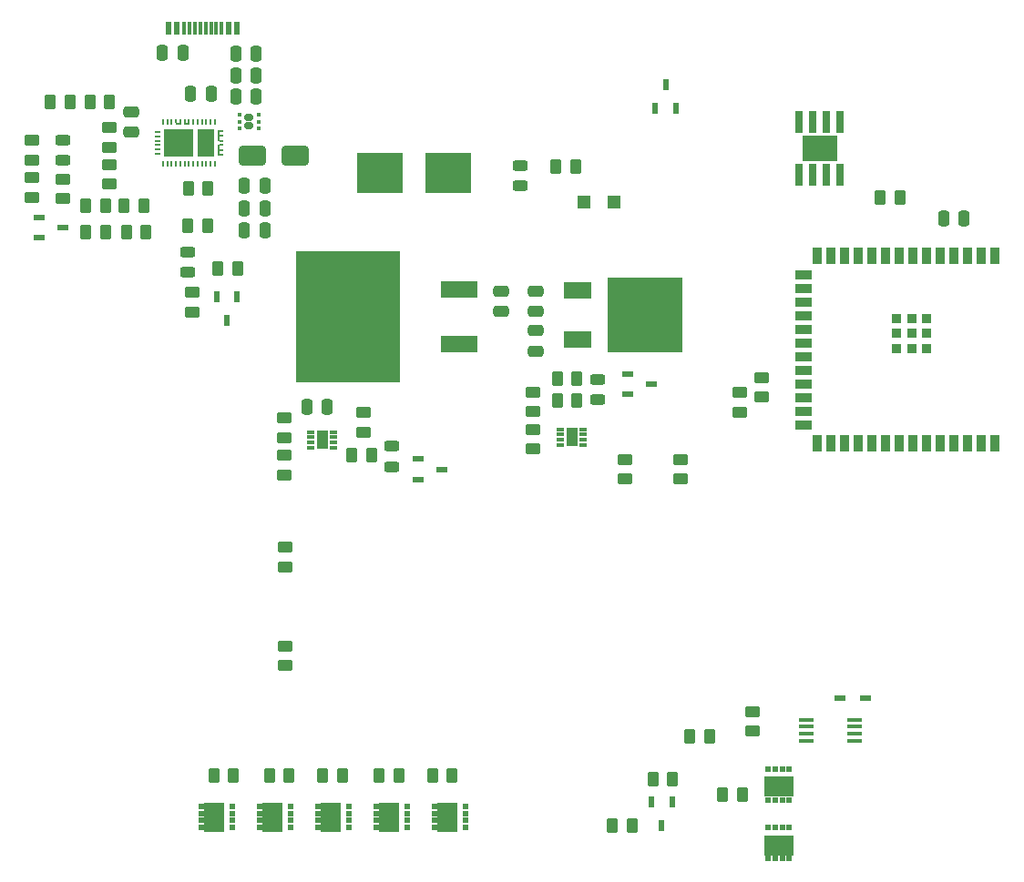
<source format=gbr>
%TF.GenerationSoftware,KiCad,Pcbnew,8.0.3*%
%TF.CreationDate,2024-07-04T13:58:53+02:00*%
%TF.ProjectId,ESPHome AIO,45535048-6f6d-4652-9041-494f2e6b6963,rev?*%
%TF.SameCoordinates,Original*%
%TF.FileFunction,Paste,Top*%
%TF.FilePolarity,Positive*%
%FSLAX46Y46*%
G04 Gerber Fmt 4.6, Leading zero omitted, Abs format (unit mm)*
G04 Created by KiCad (PCBNEW 8.0.3) date 2024-07-04 13:58:53*
%MOMM*%
%LPD*%
G01*
G04 APERTURE LIST*
G04 Aperture macros list*
%AMRoundRect*
0 Rectangle with rounded corners*
0 $1 Rounding radius*
0 $2 $3 $4 $5 $6 $7 $8 $9 X,Y pos of 4 corners*
0 Add a 4 corners polygon primitive as box body*
4,1,4,$2,$3,$4,$5,$6,$7,$8,$9,$2,$3,0*
0 Add four circle primitives for the rounded corners*
1,1,$1+$1,$2,$3*
1,1,$1+$1,$4,$5*
1,1,$1+$1,$6,$7*
1,1,$1+$1,$8,$9*
0 Add four rect primitives between the rounded corners*
20,1,$1+$1,$2,$3,$4,$5,0*
20,1,$1+$1,$4,$5,$6,$7,0*
20,1,$1+$1,$6,$7,$8,$9,0*
20,1,$1+$1,$8,$9,$2,$3,0*%
G04 Aperture macros list end*
%ADD10R,0.600000X1.100000*%
%ADD11RoundRect,0.250000X-0.262500X-0.450000X0.262500X-0.450000X0.262500X0.450000X-0.262500X0.450000X0*%
%ADD12R,1.100000X0.500000*%
%ADD13RoundRect,0.250000X-0.450000X0.262500X-0.450000X-0.262500X0.450000X-0.262500X0.450000X0.262500X0*%
%ADD14R,1.050000X0.600000*%
%ADD15R,0.500000X0.470000*%
%ADD16R,0.550000X0.470000*%
%ADD17R,1.850000X2.700000*%
%ADD18RoundRect,0.243750X-0.456250X0.243750X-0.456250X-0.243750X0.456250X-0.243750X0.456250X0.243750X0*%
%ADD19RoundRect,0.250000X0.262500X0.450000X-0.262500X0.450000X-0.262500X-0.450000X0.262500X-0.450000X0*%
%ADD20RoundRect,0.250000X-0.250000X-0.475000X0.250000X-0.475000X0.250000X0.475000X-0.250000X0.475000X0*%
%ADD21RoundRect,0.250000X0.475000X-0.250000X0.475000X0.250000X-0.475000X0.250000X-0.475000X-0.250000X0*%
%ADD22R,0.550000X0.200000*%
%ADD23R,0.200000X0.550000*%
%ADD24R,0.350000X0.200000*%
%ADD25R,0.200000X0.350000*%
%ADD26R,2.720000X2.650000*%
%ADD27R,1.530000X2.650000*%
%ADD28R,0.200000X1.100000*%
%ADD29R,0.600000X0.200000*%
%ADD30R,0.650000X2.000000*%
%ADD31R,3.200000X2.390000*%
%ADD32RoundRect,0.250000X0.450000X-0.262500X0.450000X0.262500X-0.450000X0.262500X-0.450000X-0.262500X0*%
%ADD33R,0.470000X0.500000*%
%ADD34R,0.470000X0.550000*%
%ADD35R,2.700000X1.850000*%
%ADD36RoundRect,0.250000X1.000000X0.650000X-1.000000X0.650000X-1.000000X-0.650000X1.000000X-0.650000X0*%
%ADD37RoundRect,0.160000X0.245000X0.160000X-0.245000X0.160000X-0.245000X-0.160000X0.245000X-0.160000X0*%
%ADD38RoundRect,0.093750X0.093750X0.106250X-0.093750X0.106250X-0.093750X-0.106250X0.093750X-0.106250X0*%
%ADD39R,0.700000X0.300000*%
%ADD40R,1.000000X1.700000*%
%ADD41R,0.600000X1.050000*%
%ADD42RoundRect,0.243750X0.456250X-0.243750X0.456250X0.243750X-0.456250X0.243750X-0.456250X-0.243750X0*%
%ADD43R,0.600000X1.240000*%
%ADD44R,0.300000X1.240000*%
%ADD45RoundRect,0.250000X0.250000X0.475000X-0.250000X0.475000X-0.250000X-0.475000X0.250000X-0.475000X0*%
%ADD46R,4.240000X3.810000*%
%ADD47RoundRect,0.250000X-0.475000X0.250000X-0.475000X-0.250000X0.475000X-0.250000X0.475000X0.250000X0*%
%ADD48R,3.500000X1.600000*%
%ADD49R,9.750000X12.200000*%
%ADD50R,0.900000X1.500000*%
%ADD51R,1.500000X0.900000*%
%ADD52R,0.900000X0.900000*%
%ADD53R,1.450000X0.450000*%
%ADD54R,1.200000X1.200000*%
%ADD55R,2.500000X1.500000*%
%ADD56R,7.000000X7.000000*%
G04 APERTURE END LIST*
D10*
%TO.C,D9*%
X150750000Y-56300000D03*
X152650000Y-56300000D03*
X151700000Y-54100000D03*
%TD*%
D11*
%TO.C,R5*%
X156987500Y-120100000D03*
X158812500Y-120100000D03*
%TD*%
D12*
%TO.C,D6*%
X167950000Y-111100000D03*
X170250000Y-111100000D03*
%TD*%
D13*
%TO.C,R1*%
X116350000Y-106287500D03*
X116350000Y-108112500D03*
%TD*%
%TO.C,R25*%
X153100000Y-88937500D03*
X153100000Y-90762500D03*
%TD*%
%TO.C,R15*%
X100000000Y-58037500D03*
X100000000Y-59862500D03*
%TD*%
D14*
%TO.C,IC7*%
X148200000Y-80950000D03*
X148200000Y-82850000D03*
X150400000Y-81900000D03*
%TD*%
D11*
%TO.C,R21*%
X110087500Y-71200000D03*
X111912500Y-71200000D03*
%TD*%
D15*
%TO.C,Q6*%
X116875000Y-123150000D03*
X116875000Y-122500000D03*
X116875000Y-121850000D03*
X116875000Y-121200000D03*
D16*
X114000000Y-121200000D03*
X114000000Y-121850000D03*
X114000000Y-122500000D03*
X114000000Y-123150000D03*
D17*
X115200000Y-122175000D03*
%TD*%
D11*
%TO.C,R33*%
X101587500Y-67800000D03*
X103412500Y-67800000D03*
%TD*%
D18*
%TO.C,D8*%
X138200000Y-61625000D03*
X138200000Y-63500000D03*
%TD*%
D19*
%TO.C,R27*%
X143462500Y-83437500D03*
X141637500Y-83437500D03*
%TD*%
D13*
%TO.C,R3*%
X158600000Y-82687500D03*
X158600000Y-84512500D03*
%TD*%
D20*
%TO.C,C6*%
X107550000Y-54900000D03*
X109450000Y-54900000D03*
%TD*%
D21*
%TO.C,C12*%
X139600000Y-78850000D03*
X139600000Y-76950000D03*
%TD*%
%TO.C,C3*%
X102050000Y-58500000D03*
X102050000Y-56600000D03*
%TD*%
D22*
%TO.C,IC4*%
X104475000Y-58475000D03*
X104475000Y-58875000D03*
X104475000Y-59275000D03*
X104475000Y-59675000D03*
X104475000Y-60075000D03*
X104475000Y-60475000D03*
D23*
X105000000Y-61400000D03*
X105400000Y-61400000D03*
X105800000Y-61400000D03*
X106200000Y-61400000D03*
X106600000Y-61400000D03*
X107000000Y-61400000D03*
X107400000Y-61400000D03*
X107800000Y-61400000D03*
X108200000Y-61400000D03*
X108600000Y-61400000D03*
X109000000Y-61400000D03*
X109400000Y-61400000D03*
X109800000Y-61400000D03*
D24*
X110425000Y-60575000D03*
X110425000Y-60125000D03*
X110425000Y-59675000D03*
X110425000Y-59275000D03*
X110425000Y-58825000D03*
X110425000Y-58375000D03*
D23*
X109800000Y-57550000D03*
X109400000Y-57550000D03*
X109000000Y-57550000D03*
X108600000Y-57550000D03*
X108200000Y-57550000D03*
X107800000Y-57550000D03*
D25*
X107399000Y-57450000D03*
X106999000Y-57450000D03*
X106599000Y-57450000D03*
X106199000Y-57450000D03*
D23*
X105800000Y-57550000D03*
X105400000Y-57550000D03*
X105000000Y-57550000D03*
D26*
X106435000Y-59475000D03*
D27*
X108960000Y-59475000D03*
D28*
X110149000Y-60125000D03*
X110150000Y-58825000D03*
D29*
X107199000Y-57725000D03*
X106399000Y-57725000D03*
%TD*%
D30*
%TO.C,IC1*%
X164135000Y-62475000D03*
X165405000Y-62475000D03*
X166675000Y-62475000D03*
X167945000Y-62475000D03*
X167945000Y-57525000D03*
X166675000Y-57525000D03*
X165405000Y-57525000D03*
X164135000Y-57525000D03*
D31*
X166040000Y-60000000D03*
%TD*%
D32*
%TO.C,R29*%
X123625000Y-86362500D03*
X123625000Y-84537500D03*
%TD*%
D13*
%TO.C,R28*%
X147900000Y-88937500D03*
X147900000Y-90762500D03*
%TD*%
%TO.C,R4*%
X160600000Y-81287500D03*
X160600000Y-83112500D03*
%TD*%
D33*
%TO.C,Q1*%
X163200000Y-117700000D03*
X162550000Y-117700000D03*
X161900000Y-117700000D03*
X161250000Y-117700000D03*
D34*
X161250000Y-120575000D03*
X161900000Y-120575000D03*
X162550000Y-120575000D03*
X163200000Y-120575000D03*
D35*
X162225000Y-119375000D03*
%TD*%
D36*
%TO.C,D1*%
X117300000Y-60650000D03*
X113300000Y-60650000D03*
%TD*%
D11*
%TO.C,R40*%
X141487500Y-61700000D03*
X143312500Y-61700000D03*
%TD*%
D37*
%TO.C,U1*%
X113000000Y-57900000D03*
X113000000Y-57100000D03*
D38*
X113887500Y-58150000D03*
X113887500Y-57500000D03*
X113887500Y-56850000D03*
X112112500Y-56850000D03*
X112112500Y-57500000D03*
X112112500Y-58150000D03*
%TD*%
D19*
%TO.C,R37*%
X100012500Y-55650000D03*
X98187500Y-55650000D03*
%TD*%
D13*
%TO.C,R22*%
X107700000Y-73387500D03*
X107700000Y-75212500D03*
%TD*%
%TO.C,R24*%
X139375000Y-82637500D03*
X139375000Y-84462500D03*
%TD*%
%TO.C,R16*%
X100000000Y-61487500D03*
X100000000Y-63312500D03*
%TD*%
D39*
%TO.C,IC9*%
X118725000Y-86362500D03*
X118725000Y-86862500D03*
X118725000Y-87362500D03*
X118725000Y-87862500D03*
X120825000Y-87862500D03*
X120825000Y-87362500D03*
X120825000Y-86862500D03*
X120825000Y-86362500D03*
D40*
X119775000Y-87112500D03*
%TD*%
D41*
%TO.C,Q8*%
X152300000Y-120800000D03*
X150400000Y-120800000D03*
X151350000Y-123000000D03*
%TD*%
D20*
%TO.C,C9*%
X111750000Y-53200000D03*
X113650000Y-53200000D03*
%TD*%
D11*
%TO.C,R32*%
X122562500Y-88550000D03*
X124387500Y-88550000D03*
%TD*%
%TO.C,R9*%
X109727500Y-118300000D03*
X111552500Y-118300000D03*
%TD*%
%TO.C,R36*%
X101387500Y-65300000D03*
X103212500Y-65300000D03*
%TD*%
%TO.C,R8*%
X119837500Y-118300000D03*
X121662500Y-118300000D03*
%TD*%
%TO.C,R13*%
X146737500Y-123000000D03*
X148562500Y-123000000D03*
%TD*%
D42*
%TO.C,D4*%
X145400000Y-83375000D03*
X145400000Y-81500000D03*
%TD*%
D11*
%TO.C,R7*%
X130037500Y-118300000D03*
X131862500Y-118300000D03*
%TD*%
D20*
%TO.C,C13*%
X118350000Y-84000000D03*
X120250000Y-84000000D03*
%TD*%
D13*
%TO.C,R18*%
X92811768Y-62737500D03*
X92811768Y-64562500D03*
%TD*%
D33*
%TO.C,Q2*%
X163200000Y-123125000D03*
X162550000Y-123125000D03*
X161900000Y-123125000D03*
X161250000Y-123125000D03*
D34*
X161250000Y-126000000D03*
X161900000Y-126000000D03*
X162550000Y-126000000D03*
X163200000Y-126000000D03*
D35*
X162225000Y-124800000D03*
%TD*%
D13*
%TO.C,R17*%
X92811768Y-59237500D03*
X92811768Y-61062500D03*
%TD*%
D42*
%TO.C,D2*%
X95711768Y-61087500D03*
X95711768Y-59212500D03*
%TD*%
D18*
%TO.C,D5*%
X126250000Y-87712500D03*
X126250000Y-89587500D03*
%TD*%
D15*
%TO.C,Q4*%
X127675000Y-123150000D03*
X127675000Y-122500000D03*
X127675000Y-121850000D03*
X127675000Y-121200000D03*
D16*
X124800000Y-121200000D03*
X124800000Y-121850000D03*
X124800000Y-122500000D03*
X124800000Y-123150000D03*
D17*
X126000000Y-122175000D03*
%TD*%
D19*
%TO.C,R39*%
X173462500Y-64600000D03*
X171637500Y-64600000D03*
%TD*%
D13*
%TO.C,R31*%
X116275000Y-88537500D03*
X116275000Y-90362500D03*
%TD*%
D39*
%TO.C,IC8*%
X141950000Y-86112500D03*
X141950000Y-86612500D03*
X141950000Y-87112500D03*
X141950000Y-87612500D03*
X144050000Y-87612500D03*
X144050000Y-87112500D03*
X144050000Y-86612500D03*
X144050000Y-86112500D03*
D40*
X143000000Y-86862500D03*
%TD*%
D11*
%TO.C,R35*%
X97837500Y-65300000D03*
X99662500Y-65300000D03*
%TD*%
D43*
%TO.C,J7*%
X111900000Y-48775000D03*
X111100000Y-48775000D03*
D44*
X109950000Y-48775000D03*
X108950000Y-48775000D03*
X108450000Y-48775000D03*
X107450000Y-48775000D03*
D43*
X106300000Y-48775000D03*
X105500000Y-48775000D03*
X105500000Y-48775000D03*
X106300000Y-48775000D03*
D44*
X106950000Y-48775000D03*
X107950000Y-48775000D03*
X109450000Y-48775000D03*
X110450000Y-48775000D03*
D43*
X111100000Y-48775000D03*
X111900000Y-48775000D03*
%TD*%
D13*
%TO.C,R30*%
X116275000Y-85062500D03*
X116275000Y-86887500D03*
%TD*%
D45*
%TO.C,C14*%
X179450000Y-66500000D03*
X177550000Y-66500000D03*
%TD*%
D42*
%TO.C,D3*%
X107300000Y-71537500D03*
X107300000Y-69662500D03*
%TD*%
D46*
%TO.C,F1*%
X125115000Y-62300000D03*
X131485000Y-62300000D03*
%TD*%
D20*
%TO.C,C5*%
X111750000Y-55200000D03*
X113650000Y-55200000D03*
%TD*%
D15*
%TO.C,Q3*%
X133075000Y-123150000D03*
X133075000Y-122500000D03*
X133075000Y-121850000D03*
X133075000Y-121200000D03*
D16*
X130200000Y-121200000D03*
X130200000Y-121850000D03*
X130200000Y-122500000D03*
X130200000Y-123150000D03*
D17*
X131400000Y-122175000D03*
%TD*%
D15*
%TO.C,Q7*%
X111400000Y-123150000D03*
X111400000Y-122500000D03*
X111400000Y-121850000D03*
X111400000Y-121200000D03*
D16*
X108525000Y-121200000D03*
X108525000Y-121850000D03*
X108525000Y-122500000D03*
X108525000Y-123150000D03*
D17*
X109725000Y-122175000D03*
%TD*%
D47*
%TO.C,C10*%
X136450000Y-73250000D03*
X136450000Y-75150000D03*
%TD*%
D48*
%TO.C,IC5*%
X132500000Y-78230000D03*
X132500000Y-73150000D03*
D49*
X122225000Y-75690000D03*
%TD*%
D11*
%TO.C,R10*%
X125087500Y-118300000D03*
X126912500Y-118300000D03*
%TD*%
D19*
%TO.C,R34*%
X155762500Y-114700000D03*
X153937500Y-114700000D03*
%TD*%
D50*
%TO.C,IC2*%
X182300000Y-69950000D03*
X181030000Y-69950000D03*
X179760000Y-69950000D03*
X178490000Y-69950000D03*
X177220000Y-69950000D03*
X175950000Y-69950000D03*
X174680000Y-69950000D03*
X173410000Y-69950000D03*
X172140000Y-69950000D03*
X170870000Y-69950000D03*
X169600000Y-69950000D03*
X168330000Y-69950000D03*
X167060000Y-69950000D03*
X165790000Y-69950000D03*
D51*
X164540000Y-71715000D03*
X164540000Y-72985000D03*
X164540000Y-74255000D03*
X164540000Y-75525000D03*
X164540000Y-76795000D03*
X164540000Y-78065000D03*
X164540000Y-79335000D03*
X164540000Y-80605000D03*
X164540000Y-81875000D03*
X164540000Y-83145000D03*
X164540000Y-84415000D03*
X164540000Y-85685000D03*
D50*
X165790000Y-87450000D03*
X167060000Y-87450000D03*
X168330000Y-87450000D03*
X169600000Y-87450000D03*
X170870000Y-87450000D03*
X172140000Y-87450000D03*
X173410000Y-87450000D03*
X174680000Y-87450000D03*
X175950000Y-87450000D03*
X177220000Y-87450000D03*
X178490000Y-87450000D03*
X179760000Y-87450000D03*
X181030000Y-87450000D03*
X182300000Y-87450000D03*
D52*
X174580000Y-77200000D03*
X175980000Y-77200000D03*
X175980000Y-75800000D03*
X174580000Y-75800000D03*
X173180000Y-75800000D03*
X173180000Y-77200000D03*
X173180000Y-78600000D03*
X174580000Y-78600000D03*
X175980000Y-78600000D03*
%TD*%
D32*
%TO.C,R6*%
X159800000Y-114212500D03*
X159800000Y-112387500D03*
%TD*%
D41*
%TO.C,Q12*%
X111900000Y-73750000D03*
X110000000Y-73750000D03*
X110950000Y-75950000D03*
%TD*%
D19*
%TO.C,R12*%
X152362500Y-118700000D03*
X150537500Y-118700000D03*
%TD*%
D13*
%TO.C,R23*%
X139375000Y-86137500D03*
X139375000Y-87962500D03*
%TD*%
D11*
%TO.C,R20*%
X107287500Y-67200000D03*
X109112500Y-67200000D03*
%TD*%
D53*
%TO.C,IC3*%
X169225000Y-115075000D03*
X169225000Y-114425000D03*
X169225000Y-113775000D03*
X169225000Y-113125000D03*
X164775000Y-113125000D03*
X164775000Y-113775000D03*
X164775000Y-114425000D03*
X164775000Y-115075000D03*
%TD*%
D13*
%TO.C,R2*%
X116350000Y-97087500D03*
X116350000Y-98912500D03*
%TD*%
D45*
%TO.C,C1*%
X114450000Y-65550000D03*
X112550000Y-65550000D03*
%TD*%
D14*
%TO.C,Q9*%
X128700000Y-88900000D03*
X128700000Y-90800000D03*
X130900000Y-89850000D03*
%TD*%
D15*
%TO.C,Q5*%
X122275000Y-123150000D03*
X122275000Y-122500000D03*
X122275000Y-121850000D03*
X122275000Y-121200000D03*
D16*
X119400000Y-121200000D03*
X119400000Y-121850000D03*
X119400000Y-122500000D03*
X119400000Y-123150000D03*
D17*
X120600000Y-122175000D03*
%TD*%
D19*
%TO.C,R38*%
X96362500Y-55650000D03*
X94537500Y-55650000D03*
%TD*%
D14*
%TO.C,Q11*%
X93461768Y-66400000D03*
X93461768Y-68300000D03*
X95661768Y-67350000D03*
%TD*%
D11*
%TO.C,R26*%
X141637500Y-81437500D03*
X143462500Y-81437500D03*
%TD*%
D47*
%TO.C,C11*%
X139650000Y-73250000D03*
X139650000Y-75150000D03*
%TD*%
D54*
%TO.C,D7*%
X144150000Y-64950000D03*
X146950000Y-64950000D03*
%TD*%
D45*
%TO.C,C2*%
X114450000Y-67600000D03*
X112550000Y-67600000D03*
%TD*%
D13*
%TO.C,R19*%
X95711768Y-62837500D03*
X95711768Y-64662500D03*
%TD*%
D11*
%TO.C,R11*%
X114887500Y-118300000D03*
X116712500Y-118300000D03*
%TD*%
D45*
%TO.C,C8*%
X106850000Y-51100000D03*
X104950000Y-51100000D03*
%TD*%
%TO.C,C4*%
X114450000Y-63500000D03*
X112550000Y-63500000D03*
%TD*%
D11*
%TO.C,R14*%
X107337500Y-63750000D03*
X109162500Y-63750000D03*
%TD*%
D55*
%TO.C,IC6*%
X143550000Y-73200000D03*
D56*
X149800000Y-75500000D03*
D55*
X143550000Y-77800000D03*
%TD*%
D11*
%TO.C,R27*%
X97837500Y-67800000D03*
X99662500Y-67800000D03*
%TD*%
D20*
%TO.C,C7*%
X111750000Y-51200000D03*
X113650000Y-51200000D03*
%TD*%
M02*

</source>
